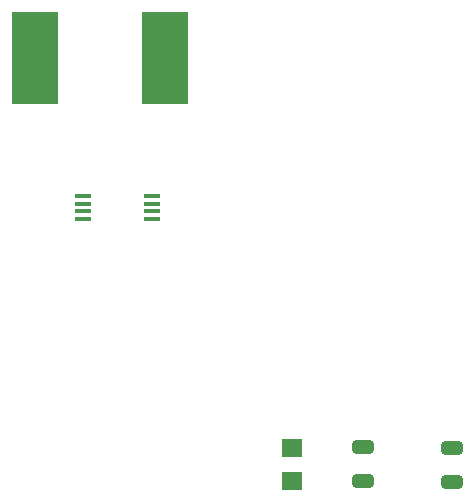
<source format=gtp>
%TF.GenerationSoftware,KiCad,Pcbnew,7.0.2*%
%TF.CreationDate,2023-09-06T16:15:59-07:00*%
%TF.ProjectId,Current Sense Standalone,43757272-656e-4742-9053-656e73652053,rev?*%
%TF.SameCoordinates,Original*%
%TF.FileFunction,Paste,Top*%
%TF.FilePolarity,Positive*%
%FSLAX46Y46*%
G04 Gerber Fmt 4.6, Leading zero omitted, Abs format (unit mm)*
G04 Created by KiCad (PCBNEW 7.0.2) date 2023-09-06 16:15:59*
%MOMM*%
%LPD*%
G01*
G04 APERTURE LIST*
G04 Aperture macros list*
%AMRoundRect*
0 Rectangle with rounded corners*
0 $1 Rounding radius*
0 $2 $3 $4 $5 $6 $7 $8 $9 X,Y pos of 4 corners*
0 Add a 4 corners polygon primitive as box body*
4,1,4,$2,$3,$4,$5,$6,$7,$8,$9,$2,$3,0*
0 Add four circle primitives for the rounded corners*
1,1,$1+$1,$2,$3*
1,1,$1+$1,$4,$5*
1,1,$1+$1,$6,$7*
1,1,$1+$1,$8,$9*
0 Add four rect primitives between the rounded corners*
20,1,$1+$1,$2,$3,$4,$5,0*
20,1,$1+$1,$4,$5,$6,$7,0*
20,1,$1+$1,$6,$7,$8,$9,0*
20,1,$1+$1,$8,$9,$2,$3,0*%
G04 Aperture macros list end*
%ADD10RoundRect,0.250000X-0.650000X0.325000X-0.650000X-0.325000X0.650000X-0.325000X0.650000X0.325000X0*%
%ADD11R,1.800000X1.600000*%
%ADD12R,4.000000X7.800000*%
%ADD13R,1.473200X0.355600*%
G04 APERTURE END LIST*
D10*
X162560000Y-119380000D03*
X162560000Y-122330000D03*
D11*
X148971000Y-119380000D03*
X148971000Y-122180000D03*
D12*
X138220000Y-86360000D03*
X127220000Y-86360000D03*
D10*
X155015000Y-119305000D03*
X155015000Y-122255000D03*
D13*
X131318000Y-98085001D03*
X131318000Y-98734999D03*
X131318000Y-99385001D03*
X131318000Y-100034999D03*
X137160000Y-100034999D03*
X137160000Y-99385001D03*
X137160000Y-98734999D03*
X137160000Y-98085001D03*
M02*

</source>
